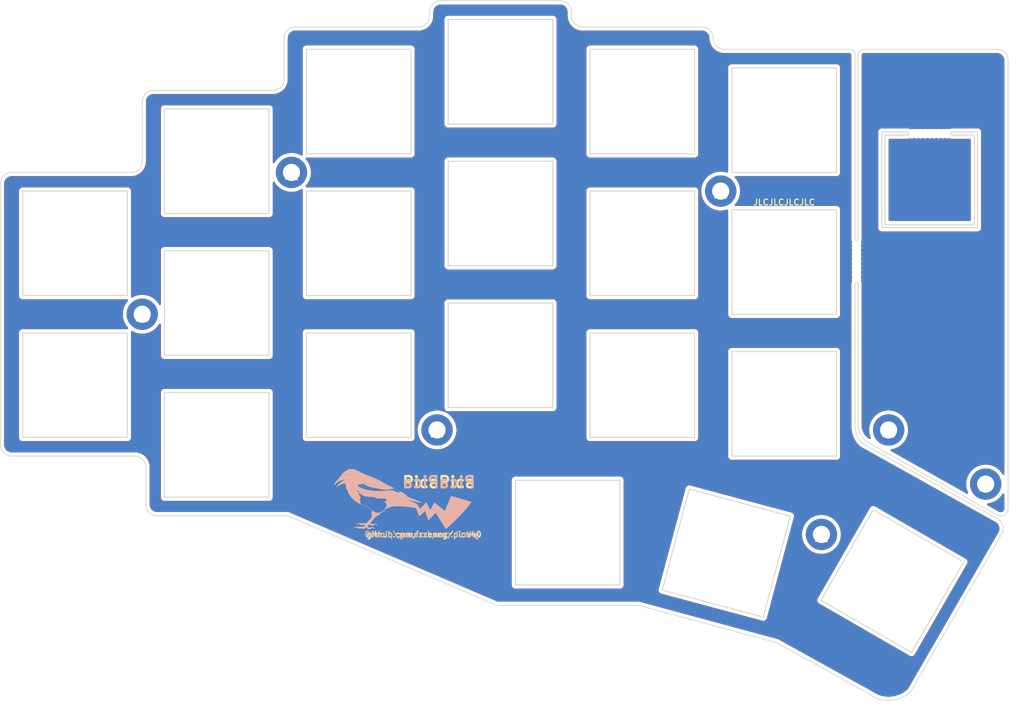
<source format=kicad_pcb>
(kicad_pcb (version 20211014) (generator pcbnew)
  (layers (0 "F.Cu" signal) (31 "B.Cu" signal) (34 "B.Paste" user) (35 "F.Paste" user) (36 "B.SilkS" user "B.Silkscreen") (37 "F.SilkS" user "F.Silkscreen") (38 "B.Mask" user) (39 "F.Mask" user) (44 "Edge.Cuts" user))
  (net 0 "")
  (footprint "kbd:SW_Hole" (layer "F.Cu") (at 135.5 99)
    (fp_text reference "SW13" hide)
    (fp_text value "SW_PUSH" hide)
    (fp_line (start -7 -7) (end -7 7) (layer "Edge.Cuts") (width 0.12))
    (fp_line (start -7 7) (end 7 7) (layer "Edge.Cuts") (width 0.12))
    (fp_line (start 7 7) (end 7 -7) (layer "Edge.Cuts") (width 0.12))
    (fp_line (start 7 -7) (end -7 -7) (layer "Edge.Cuts") (width 0.12))
  )
  (footprint "kbd:SW_Hole" (layer "F.Cu") (at 173.5 86.5)
    (fp_text reference "SW10" hide)
    (fp_text value "SW_PUSH" hide)
    (fp_line (start -7 -7) (end -7 7) (layer "Edge.Cuts") (width 0.12))
    (fp_line (start 7 -7) (end -7 -7) (layer "Edge.Cuts") (width 0.12))
    (fp_line (start 7 7) (end 7 -7) (layer "Edge.Cuts") (width 0.12))
    (fp_line (start -7 7) (end 7 7) (layer "Edge.Cuts") (width 0.12))
  )
  (footprint "kbd:SW_Hole" (layer "F.Cu") (at 97.5 111)
    (fp_text reference "SW11" hide)
    (fp_text value "SW_PUSH" hide)
    (fp_line (start -7 7) (end 7 7) (layer "Edge.Cuts") (width 0.12))
    (fp_line (start 7 7) (end 7 -7) (layer "Edge.Cuts") (width 0.12))
    (fp_line (start -7 -7) (end -7 7) (layer "Edge.Cuts") (width 0.12))
    (fp_line (start 7 -7) (end -7 -7) (layer "Edge.Cuts") (width 0.12))
  )
  (footprint "kbd:M2_Hole_TH" (layer "F.Cu") (at 187.5 109)
    (fp_text reference "H6" (at 0 0.5) (layer "F.SilkS"))
    (fp_text value "MountingHole")
    (pad "" thru_hole circle locked (at 0 0) (size 4.2 4.2) (drill 2.3) (layers *.Cu *.Mask))
  )
  (footprint "kbd:SW_Hole" (layer "F.Cu") (at 173.5 67.5)
    (fp_text reference "SW5" hide)
    (fp_text value "SW_PUSH" hide)
    (fp_line (start -7 7) (end 7 7) (layer "Edge.Cuts") (width 0.12))
    (fp_line (start 7 7) (end 7 -7) (layer "Edge.Cuts") (width 0.12))
    (fp_line (start 7 -7) (end -7 -7) (layer "Edge.Cuts") (width 0.12))
    (fp_line (start -7 -7) (end -7 7) (layer "Edge.Cuts") (width 0.12))
  )
  (footprint "kbd:SW_Hole" (layer "F.Cu") (at 116.5 103)
    (fp_text reference "SW12" hide)
    (fp_text value "SW_PUSH" hide)
    (fp_line (start -7 7) (end 7 7) (layer "Edge.Cuts") (width 0.12))
    (fp_line (start 7 7) (end 7 -7) (layer "Edge.Cuts") (width 0.12))
    (fp_line (start -7 -7) (end -7 7) (layer "Edge.Cuts") (width 0.12))
    (fp_line (start 7 -7) (end -7 -7) (layer "Edge.Cuts") (width 0.12))
  )
  (footprint "kbd:SW_Hole" (layer "F.Cu") (at 173.5 105.5)
    (fp_text reference "SW15" hide)
    (fp_text value "SW_PUSH" hide)
    (fp_line (start 7 -7) (end -7 -7) (layer "Edge.Cuts") (width 0.12))
    (fp_line (start -7 7) (end 7 7) (layer "Edge.Cuts") (width 0.12))
    (fp_line (start -7 -7) (end -7 7) (layer "Edge.Cuts") (width 0.12))
    (fp_line (start 7 7) (end 7 -7) (layer "Edge.Cuts") (width 0.12))
  )
  (footprint "kbd:M2_Hole_TH" (layer "F.Cu") (at 178.5 123)
    (fp_text reference "H2" (at 0 0.5) (layer "F.SilkS"))
    (fp_text value "MountingHole")
    (pad "" thru_hole circle locked (at 0 0) (size 4.2 4.2) (drill 2.3) (layers *.Cu *.Mask))
  )
  (footprint "kbd:SW_Hole" (layer "F.Cu") (at 116.5 65)
    (fp_text reference "SW2" hide)
    (fp_text value "SW_PUSH" hide)
    (fp_line (start 7 7) (end 7 -7) (layer "Edge.Cuts") (width 0.12))
    (fp_line (start -7 7) (end 7 7) (layer "Edge.Cuts") (width 0.12))
    (fp_line (start -7 -7) (end -7 7) (layer "Edge.Cuts") (width 0.12))
    (fp_line (start 7 -7) (end -7 -7) (layer "Edge.Cuts") (width 0.12))
  )
  (footprint "kbd:M2_Hole_TH" (layer "F.Cu") (at 87.5 93.5)
    (fp_text reference "H3" (at 0 0.5) (layer "F.SilkS"))
    (fp_text value "MountingHole")
    (pad "" thru_hole circle locked (at 0 0) (size 4.2 4.2) (drill 2.3) (layers *.Cu *.Mask))
  )
  (footprint "pica:EC11_Hole_Breakaway" (layer "F.Cu") (at 193 75.5 -90)
    (fp_text reference "RE1" hide)
    (fp_text value "RotaryEncoder_Switch" hide)
    (fp_line (start -6.4 -6.4) (end -6.4 -3) (layer "Edge.Cuts") (width 0.12))
    (fp_line (start 6.4 6.4) (end 6.4 3) (layer "Edge.Cuts") (width 0.12))
    (fp_line (start -6 6) (end -6 3) (layer "Edge.Cuts") (width 0.12))
    (fp_line (start -6.4 3) (end -6.4 6.4) (layer "Edge.Cuts") (width 0.12))
    (fp_line (start 6 6) (end -6 6) (layer "Edge.Cuts") (width 0.12))
    (fp_line (start 6.4 -3) (end 6.4 -6.4) (layer "Edge.Cuts") (width 0.12))
    (fp_line (start 6 -6) (end 6 -3) (layer "Edge.Cuts") (width 0.12))
    (fp_line (start -6 -3) (end -6 -6) (layer "Edge.Cuts") (width 0.12))
    (fp_line (start 6 3) (end 6 6) (layer "Edge.Cuts") (width 0.12))
    (fp_line (start 6.4 -3) (end 6.4 3) (layer "Edge.Cuts") (width 0.12))
    (fp_line (start -6 -6) (end 6 -6) (layer "Edge.Cuts") (width 0.12))
    (fp_line (start -6.4 -6.4) (end 6.4 -6.4) (layer "Edge.Cuts") (width 0.12))
    (fp_line (start 6 -3) (end 6 3) (layer "Edge.Cuts") (width 0.12))
    (fp_line (start 6.4 6.4) (end -6.4 6.4) (layer "Edge.Cuts") (width 0.12))
    (fp_arc (start -6.4 3) (mid -6.2 2.8) (end -6 3) (layer "Edge.Cuts") (width 0.12))
    (fp_arc (start -6 -3) (mid -6.2 -2.8) (end -6.4 -3) (layer "Edge.Cuts") (width 0.12))
    (pad "" np_thru_hole circle (at -6.2 -1.18125) (size 0.3 0.3) (drill 0.3) (layers *.Cu *.Mask))
    (pad "" np_thru_hole circle (at -6.2 0.6) (size 0.3 0.3) (drill 0.3) (layers *.Cu *.Mask))
    (pad "" np_thru_hole circle (at -6.2 0.00625) (size 0.3 0.3) (drill 0.3) (layers *.Cu *.Mask))
    (pad "" np_thru_hole circle (at -6.2 2.38125) (size 0.3 0.3) (drill 0.3) (layers *.Cu *.Mask))
    (pad "" np_thru_hole circle (at -6.2 -2.36875) (size 0.3 0.3) (drill 0.3) (layers *.Cu *.Mask))
    (pad "" np_thru_hole circle (at -6.2 -1.775) (size 0.3 0.3) (drill 0.3) (layers *.Cu *.Mask))
    (pad "" np_thru_hole circle (at -6.2 1.7875) (size 0.3 0.3) (drill 0.3) (layers *.Cu *.Mask))
    (pad "" np_thru_hole circle (at -6.2 -0.5875) (size 0.3 0.3) (drill 0.3) (layers *.Cu *.Mask))
    (pad "" np_thru_hole circle (at -6.2 1.19375) (size 0.3 0.3) (drill 0.3) (layers *.Cu *.Mask))
  )
  (footprint "kbd:SW_Hole" (layer "F.Cu") (at 154.5 103)
    (fp_text reference "SW14" hide)
    (fp_text value "SW_PUSH" hide)
    (fp_line (start 7 -7) (end -7 -7) (layer "Edge.Cuts") (width 0.12))
    (fp_line (start -7 7) (end 7 7) (layer "Edge.Cuts") (width 0.12))
    (fp_line (start -7 -7) (end -7 7) (layer "Edge.Cuts") (width 0.12))
    (fp_line (start 7 7) (end 7 -7) (layer "Edge.Cuts") (width 0.12))
  )
  (footprint "pica:logo" (layer "F.Cu") (at 121.25 118.25)
    (fp_text reference "G***" hide)
    (fp_text value "LOGO" hide)
  )
  (footprint "kbd:SW_Hole" (layer "F.Cu") (at 165.75 125.5 -15)
    (fp_text reference "SW19" hide)
    (fp_text value "SW_PUSH" hide)
    (fp_line (start 7 -7) (end -7 -7) (layer "Edge.Cuts") (width 0.12))
    (fp_line (start -7 -7) (end -7 7) (layer "Edge.Cuts") (width 0.12))
    (fp_line (start -7 7) (end 7 7) (layer "Edge.Cuts") (width 0.12))
    (fp_line (start 7 7) (end 7 -7) (layer "Edge.Cuts") (width 0.12))
  )
  (footprint "kbd:SW_Hole" (layer "F.Cu") (at 154.5 65)
    (fp_text reference "SW4" hide)
    (fp_text value "SW_PUSH" hide)
    (fp_line (start -7 7) (end 7 7) (layer "Edge.Cuts") (width 0.12))
    (fp_line (start -7 -7) (end -7 7) (layer "Edge.Cuts") (width 0.12))
    (fp_line (start 7 -7) (end -7 -7) (layer "Edge.Cuts") (width 0.12))
    (fp_line (start 7 7) (end 7 -7) (layer "Edge.Cuts") (width 0.12))
  )
  (footprint "kbd:SW_Hole" (layer "F.Cu") (at 78.5 84)
    (fp_text reference "SW16" hide)
    (fp_text value "SW_PUSH" hide)
    (fp_line (start 7 7) (end 7 -7) (layer "Edge.Cuts") (width 0.12))
    (fp_line (start 7 -7) (end -7 -7) (layer "Edge.Cuts") (width 0.12))
    (fp_line (start -7 -7) (end -7 7) (layer "Edge.Cuts") (width 0.12))
    (fp_line (start -7 7) (end 7 7) (layer "Edge.Cuts") (width 0.12))
  )
  (footprint "kbd:SW_Hole" (layer "F.Cu") (at 188 129.25 60)
    (fp_text reference "SW20" hide)
    (fp_text value "SW_PUSH" hide)
    (fp_line (start 7 7) (end 7 -7) (layer "Edge.Cuts") (width 0.12))
    (fp_line (start -7 -7) (end -7 7) (layer "Edge.Cuts") (width 0.12))
    (fp_line (start 7 -7) (end -7 -7) (layer "Edge.Cuts") (width 0.12))
    (fp_line (start -7 7) (end 7 7) (layer "Edge.Cuts") (width 0.12))
  )
  (footprint "kbd:M2_Hole_TH" (layer "F.Cu") (at 165 77)
    (fp_text reference "H5" (at 0 0.5) (layer "F.SilkS"))
    (fp_text value "MountingHole")
    (pad "" thru_hole circle locked (at 0 0) (size 4.2 4.2) (drill 2.3) (layers *.Cu *.Mask))
  )
  (footprint "kbd:SW_Hole" (layer "F.Cu") (at 97.5 73)
    (fp_text reference "SW1" hide)
    (fp_text value "SW_PUSH" hide)
    (fp_line (start -7 -7) (end -7 7) (layer "Edge.Cuts") (width 0.12))
    (fp_line (start -7 7) (end 7 7) (layer "Edge.Cuts") (width 0.12))
    (fp_line (start 7 -7) (end -7 -7) (layer "Edge.Cuts") (width 0.12))
    (fp_line (start 7 7) (end 7 -7) (layer "Edge.Cuts") (width 0.12))
  )
  (footprint "kbd:SW_Hole" (layer "F.Cu") (at 135.5 61)
    (fp_text reference "SW3" hide)
    (fp_text value "SW_PUSH" hide)
    (fp_line (start -7 -7) (end -7 7) (layer "Edge.Cuts") (width 0.12))
    (fp_line (start -7 7) (end 7 7) (layer "Edge.Cuts") (width 0.12))
    (fp_line (start 7 7) (end 7 -7) (layer "Edge.Cuts") (width 0.12))
    (fp_line (start 7 -7) (end -7 -7) (layer "Edge.Cuts") (width 0.12))
  )
  (footprint "kbd:Breakaway_Tabs" (layer "F.Cu") (at 183.2 86.4 90)
    (fp_text reference "BR1")
    (fp_text value "MountingHole")
    (pad "" np_thru_hole circle locked (at 1.1875 0 90) (size 0.3 0.3) (drill 0.3) (layers *.Cu *.Mask))
    (pad "" np_thru_hole circle locked (at 0 0 90) (size 0.3 0.3) (drill 0.3) (layers *.Cu *.Mask))
    (pad "" np_thru_hole circle locked (at -2.375 0 90) (size 0.3 0.3) (drill 0.3) (layers *.Cu *.Mask))
    (pad "" np_thru_hole circle locked (at 2.375 0 90) (size 0.3 0.3) (drill 0.3) (layers *.Cu *.Mask))
    (pad "" np_thru_hole circle locked (at -1.78125 0 90) (size 0.3 0.3) (drill 0.3) (layers *.Cu *.Mask))
    (pad "" np_thru_hole circle locked (at 1.78125 0 90) (size 0.3 0.3) (drill 0.3) (layers *.Cu *.Mask))
    (pad "" np_thru_hole circle locked (at -0.59375 0 90) (size 0.3 0.3) (drill 0.3) (layers *.Cu *.Mask))
    (pad "" np_thru_hole circle locked (at 0.59375 0 90) (size 0.3 0.3) (drill 0.3) (layers *.Cu *.Mask))
    (pad "" np_thru_hole circle locked (at -1.1875 0 90) (size 0.3 0.3) (drill 0.3) (layers *.Cu *.Mask))
  )
  (footprint "kbd:SW_Hole" (layer "F.Cu") (at 135.5 80)
    (fp_text reference "SW8" hide)
    (fp_text value "SW_PUSH" hide)
    (fp_line (start 7 -7) (end -7 -7) (layer "Edge.Cuts") (width 0.12))
    (fp_line (start -7 7) (end 7 7) (layer "Edge.Cuts") (width 0.12))
    (fp_line (start -7 -7) (end -7 7) (layer "Edge.Cuts") (width 0.12))
    (fp_line (start 7 7) (end 7 -7) (layer "Edge.Cuts") (width 0.12))
  )
  (footprint "kbd:M2_Hole_TH" (layer "F.Cu") (at 107.5 74.5)
    (fp_text reference "H1" (at 0 0.5) (layer "F.SilkS"))
    (fp_text value "MountingHole")
    (pad "" thru_hole circle locked (at 0 0) (size 4.2 4.2) (drill 2.3) (layers *.Cu *.Mask))
  )
  (footprint "kbd:M2_Hole_TH" (layer "F.Cu") (at 200.5 116.25)
    (fp_text reference "H7" (at 0 0.5) (layer "F.SilkS"))
    (fp_text value "MountingHole")
    (pad "" thru_hole circle locked (at 0 0) (size 4.2 4.2) (drill 2.3) (layers *.Cu *.Mask))
  )
  (footprint "kbd:SW_Hole" (layer "F.Cu") (at 116.5 84)
    (fp_text reference "SW7" hide)
    (fp_text value "SW_PUSH" hide)
    (fp_line (start 7 -7) (end -7 -7) (layer "Edge.Cuts") (width 0.12))
    (fp_line (start 7 7) (end 7 -7) (layer "Edge.Cuts") (width 0.12))
    (fp_line (start -7 -7) (end -7 7) (layer "Edge.Cuts") (width 0.12))
    (fp_line (start -7 7) (end 7 7) (layer "Edge.Cuts") (width 0.12))
  )
  (footprint "kbd:SW_Hole" (layer "F.Cu") (at 78.5 103)
    (fp_text reference "SW17" hide)
    (fp_text value "SW_PUSH" hide)
    (fp_line (start 7 -7) (end -7 -7) (layer "Edge.Cuts") (width 0.12))
    (fp_line (start -7 7) (end 7 7) (layer "Edge.Cuts") (width 0.12))
    (fp_line (start 7 7) (end 7 -7) (layer "Edge.Cuts") (width 0.12))
    (fp_line (start -7 -7) (end -7 7) (layer "Edge.Cuts") (width 0.12))
  )
  (footprint "kbd:SW_Hole" (layer "F.Cu") (at 144.5 122.75)
    (fp_text reference "SW18" hide)
    (fp_text value "SW_PUSH" hide)
    (fp_line (start 7 7) (end 7 -7) (layer "Edge.Cuts") (width 0.12))
    (fp_line (start -7 -7) (end -7 7) (layer "Edge.Cuts") (width 0.12))
    (fp_line (start -7 7) (end 7 7) (layer "Edge.Cuts") (width 0.12))
    (fp_line (start 7 -7) (end -7 -7) (layer "Edge.Cuts") (width 0.12))
  )
  (footprint "kbd:SW_Hole" (layer "F.Cu") (at 154.5 84)
    (fp_text reference "SW9" hide)
    (fp_text value "SW_PUSH" hide)
    (fp_line (start 7 7) (end 7 -7) (layer "Edge.Cuts") (width 0.12))
    (fp_line (start 7 -7) (end -7 -7) (layer "Edge.Cuts") (width 0.12))
    (fp_line (start -7 7) (end 7 7) (layer "Edge.Cuts") (width 0.12))
    (fp_line (start -7 -7) (end -7 7) (layer "Edge.Cuts") (width 0.12))
  )
  (footprint "kbd:SW_Hole" (layer "F.Cu") (at 97.5 92)
    (fp_text reference "SW6" hide)
    (fp_text value "SW_PUSH" hide)
    (fp_line (start -7 -7) (end -7 7) (layer "Edge.Cuts") (width 0.12))
    (fp_line (start 7 -7) (end -7 -7) (layer "Edge.Cuts") (width 0.12))
    (fp_line (start 7 7) (end 7 -7) (layer "Edge.Cuts") (width 0.12))
    (fp_line (start -7 7) (end 7 7) (layer "Edge.Cuts") (width 0.12))
  )
  (footprint "kbd:M2_Hole_TH" (layer "F.Cu") (at 127 109)
    (fp_text reference "H4" (at 0 0.5) (layer "F.SilkS"))
    (fp_text value "MountingHole")
    (pad "" thru_hole circle locked (at 0 0) (size 4.2 4.2) (drill 2.3) (layers *.Cu *.Mask))
  )
  (footprint "pica:logo_mirror" (layer "B.Cu") (at 121.25 118.25 180)
    (fp_text reference "G***" hide)
    (fp_text value "LOGO" hide)
  )
  (gr_line (start 126 53) (end 126 53.5) (layer "Edge.Cuts") (width 0.1))
  (gr_line (start 145 53.5) (end 145 53) (layer "Edge.Cuts") (width 0.1))
  (gr_line (start 190.5 144) (end 202.75 122.79139) (layer "Edge.Cuts") (width 0.1))
  (gr_line (start 183.4 89.45) (end 183.39232 108.4) (layer "Edge.Cuts") (width 0.1))
  (gr_line (start 89.5 120.5) (end 107 120.5) (layer "Edge.Cuts") (width 0.1))
  (gr_line (start 202 120.381937) (end 184.600001 110.599999) (layer "Edge.Cuts") (width 0.1))
  (gr_arc (start 86.5 112.5) (mid 87.56066 112.93934) (end 88 114) (layer "Edge.Cuts") (width 0.1))
  (gr_line (start 87.5 65) (end 87.5 73) (layer "Edge.Cuts") (width 0.1))
  (gr_arc (start 87.5 65) (mid 87.93934 63.93934) (end 89 63.5) (layer "Edge.Cuts") (width 0.1))
  (gr_arc (start 184.000001 110.799999) (mid 183.280955 109.802824) (end 183.026787 108.6) (layer "Edge.Cuts") (width 0.1))
  (gr_line (start 183.4 83.45) (end 183.4 58.75) (layer "Edge.Cuts") (width 0.1))
  (gr_line (start 143.5 51.5) (end 127.5 51.5) (layer "Edge.Cuts") (width 0.1))
  (gr_arc (start 202.25 121) (mid 202.789278 121.814954) (end 202.75 122.79139) (layer "Edge.Cuts") (width 0.1))
  (gr_arc (start 106.5 62) (mid 106.06066 63.06066) (end 105 63.5) (layer "Edge.Cuts") (width 0.1))
  (gr_line (start 107 120.5) (end 135 132.5) (layer "Edge.Cuts") (width 0.1))
  (gr_arc (start 202 58) (mid 203.06066 58.43934) (end 203.5 59.5) (layer "Edge.Cuts") (width 0.1))
  (gr_arc (start 68.5 76) (mid 68.93934 74.93934) (end 70 74.5) (layer "Edge.Cuts") (width 0.1))
  (gr_line (start 203.5 119.75) (end 203.5 59.5) (layer "Edge.Cuts") (width 0.1))
  (gr_line (start 108.5 55) (end 108 55) (layer "Edge.Cuts") (width 0.1))
  (gr_arc (start 183.4 58.75) (mid 183.61967 58.21967) (end 184.15 58) (layer "Edge.Cuts") (width 0.1))
  (gr_line (start 183 89.45) (end 183.026787 108.6) (layer "Edge.Cuts") (width 0.1))
  (gr_arc (start 89.5 120.5) (mid 88.43934 120.06066) (end 88 119) (layer "Edge.Cuts") (width 0.1))
  (gr_arc (start 165.5 58) (mid 164.43934 57.56066) (end 164 56.5) (layer "Edge.Cuts") (width 0.1))
  (gr_line (start 184.15 58) (end 202 58) (layer "Edge.Cuts") (width 0.1))
  (gr_arc (start 70 112.5) (mid 68.93934 112.06066) (end 68.5 111) (layer "Edge.Cuts") (width 0.1))
  (gr_line (start 105 63.5) (end 89 63.5) (layer "Edge.Cuts") (width 0.1))
  (gr_line (start 88 114) (end 88 119) (layer "Edge.Cuts") (width 0.1))
  (gr_line (start 106.5 56.5) (end 106.5 62) (layer "Edge.Cuts") (width 0.1))
  (gr_arc (start 190.5 144) (mid 187.849935 145.228185) (end 185.034016 144.452378) (layer "Edge.Cuts") (width 0.1))
  (gr_line (start 124.5 55) (end 108.5 55) (layer "Edge.Cuts") (width 0.1))
  (gr_arc (start 143.5 51.5) (mid 144.56066 51.93934) (end 145 53) (layer "Edge.Cuts") (width 0.1))
  (gr_line (start 182.25 58) (end 165.5 58) (layer "Edge.Cuts") (width 0.1))
  (gr_line (start 184.000001 110.799999) (end 202.25 121) (layer "Edge.Cuts") (width 0.1))
  (gr_line (start 154 132.5) (end 135 132.5) (layer "Edge.Cuts") (width 0.1))
  (gr_arc (start 183.4 83.45) (mid 183.2 83.65) (end 183 83.45) (layer "Edge.Cuts") (width 0.1))
  (gr_line (start 86 74.5) (end 70 74.5) (layer "Edge.Cuts") (width 0.1))
  (gr_arc (start 87.5 73) (mid 87.06066 74.06066) (end 86 74.5) (layer "Edge.Cuts") (width 0.1))
  (gr_arc (start 146.5 55) (mid 145.43934 54.56066) (end 145 53.5) (layer "Edge.Cuts") (width 0.1))
  (gr_arc (start 184.600001 110.599999) (mid 183.714093 109.654839) (end 183.39232 108.4) (layer "Edge.Cuts") (width 0.1))
  (gr_arc (start 126 53.5) (mid 125.56066 54.56066) (end 124.5 55) (layer "Edge.Cuts") (width 0.1))
  (gr_arc (start 126 53) (mid 126.43934 51.93934) (end 127.5 51.5) (layer "Edge.Cuts") (width 0.1))
  (gr_line (start 70 112.5) (end 86.5 112.5) (layer "Edge.Cuts") (width 0.1))
  (gr_line (start 183 83.45) (end 183 58.75) (layer "Edge.Cuts") (width 0.1))
  (gr_arc (start 182.25 58) (mid 182.78033 58.21967) (end 183 58.75) (layer "Edge.Cuts") (width 0.1))
  (gr_arc (start 162.5 55) (mid 163.56066 55.43934) (end 164 56.5) (layer "Edge.Cuts") (width 0.1))
  (gr_arc (start 203.5 119.75) (mid 202.906106 120.436511) (end 202 120.381937) (layer "Edge.Cuts") (width 0.1))
  (gr_line (start 185.034016 144.452378) (end 172.5 137.5) (layer "Edge.Cuts") (width 0.1))
  (gr_line (start 162.5 55) (end 146.5 55) (layer "Edge.Cuts") (width 0.1))
  (gr_arc (start 106.5 56.5) (mid 106.93934 55.43934) (end 108 55) (layer "Edge.Cuts") (width 0.1))
  (gr_line (start 68.5 76) (end 68.5 111) (layer "Edge.Cuts") (width 0.1))
  (gr_arc (start 183 89.45) (mid 183.2 89.25) (end 183.4 89.45) (layer "Edge.Cuts") (width 0.1))
  (gr_line (start 154 132.5) (end 172.5 137.5) (layer "Edge.Cuts") (width 0.1))
  (gr_text "PicaPica" (at 127.25 116) (layer "B.SilkS") (effects (font (size 1.5 1.5) (thickness 0.3)) (justify mirror)))
  (gr_text "github.com/zzeneg/pica40" (at 125 123) (layer "B.SilkS") (effects (font (size 0.75 0.75)) (justify mirror)))
  (gr_text "PicaPica" (at 127.25 116) (layer "F.SilkS") (effects (font (size 1.5 1.5) (thickness 0.3))))
  (gr_text "JLCJLCJLCJLC" (at 173.5 78.5) (layer "F.SilkS") (effects (font (size 0.8 0.8))))
  (gr_text "github.com/zzeneg/pica40" (at 125.25 123) (layer "F.SilkS") (effects (font (size 0.75 0.75))))
  (zone (net 0) (net_name "") (layer "F.Cu") (connect_pads (clearance 0.508)) (min_thickness 0.254) (fill yes (thermal_gap 0.508) (thermal_bridge_width 0.508))
    (polygon (pts (xy 146.5 55) (xy 164 55) (xy 165.5 58) (xy 203.5 58) (xy 203.5 121.5) (xy 189 146.5) (xy 172.5 137.5) (xy 154 132.5) (xy 135 132.5) (xy 107 120.5) (xy 88 120.5) (xy 88 114) (xy 86.5 112.5) (xy 68.5 112.5) (xy 68.5 74.5) (xy 86 74.5) (xy 87.5 73) (xy 87.5 63.5) (xy 105 63.5) (xy 106.5 62) (xy 106.5 55) (xy 124.5 55) (xy 126 51.5) (xy 145 51.5)))
  )
  (zone (net 0) (net_name "") (layers F&B.Cu) (connect_pads (clearance 0.508)) (min_thickness 0.254) (fill yes (thermal_gap 0.508) (thermal_bridge_width 0.508))
    (polygon (pts (xy 146.5 55) (xy 164 55) (xy 165.5 58) (xy 203.5 58) (xy 203.5 121.5) (xy 189 146.5) (xy 172.5 137.5) (xy 154 132.5) (xy 135 132.5) (xy 107 120.5) (xy 88 120.5) (xy 88 114) (xy 86.5 112.5) (xy 68.5 112.5) (xy 68.5 74.5) (xy 86 74.5) (xy 87.5 73) (xy 87.5 63.5) (xy 105 63.5) (xy 106.5 62) (xy 106.5 55) (xy 124.5 55) (xy 126 51.5) (xy 145 51.5)))
  )
)
</source>
